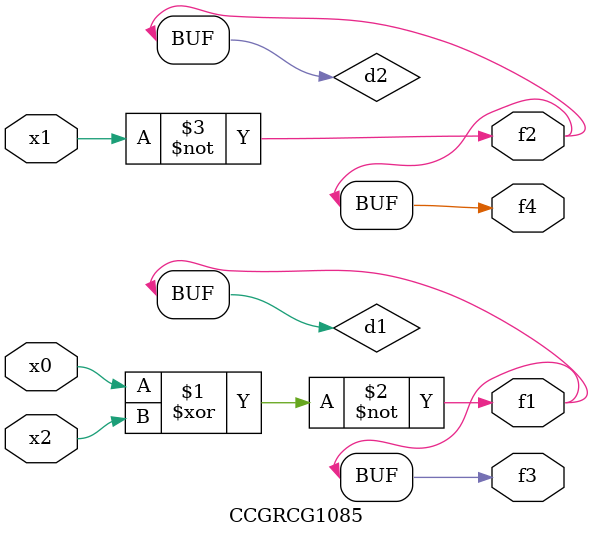
<source format=v>
module CCGRCG1085(
	input x0, x1, x2,
	output f1, f2, f3, f4
);

	wire d1, d2, d3;

	xnor (d1, x0, x2);
	nand (d2, x1);
	nor (d3, x1, x2);
	assign f1 = d1;
	assign f2 = d2;
	assign f3 = d1;
	assign f4 = d2;
endmodule

</source>
